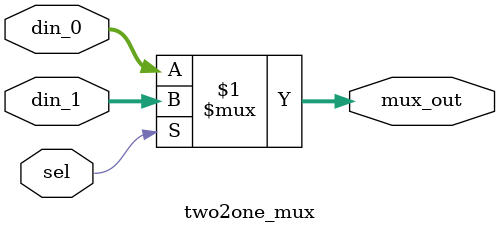
<source format=v>
`timescale 1ns / 1ps


module  two2one_mux#
(parameter width=32)(
input [width-1:0] din_0      , // Mux first input
input [width-1:0] din_1      , // Mux Second input
input sel        , // Select input
output [width-1:0] mux_out      // Mux output
);


//-------------Code Start-----------------
assign mux_out = (sel) ? din_1 : din_0;

endmodule //End Of Module mux

</source>
